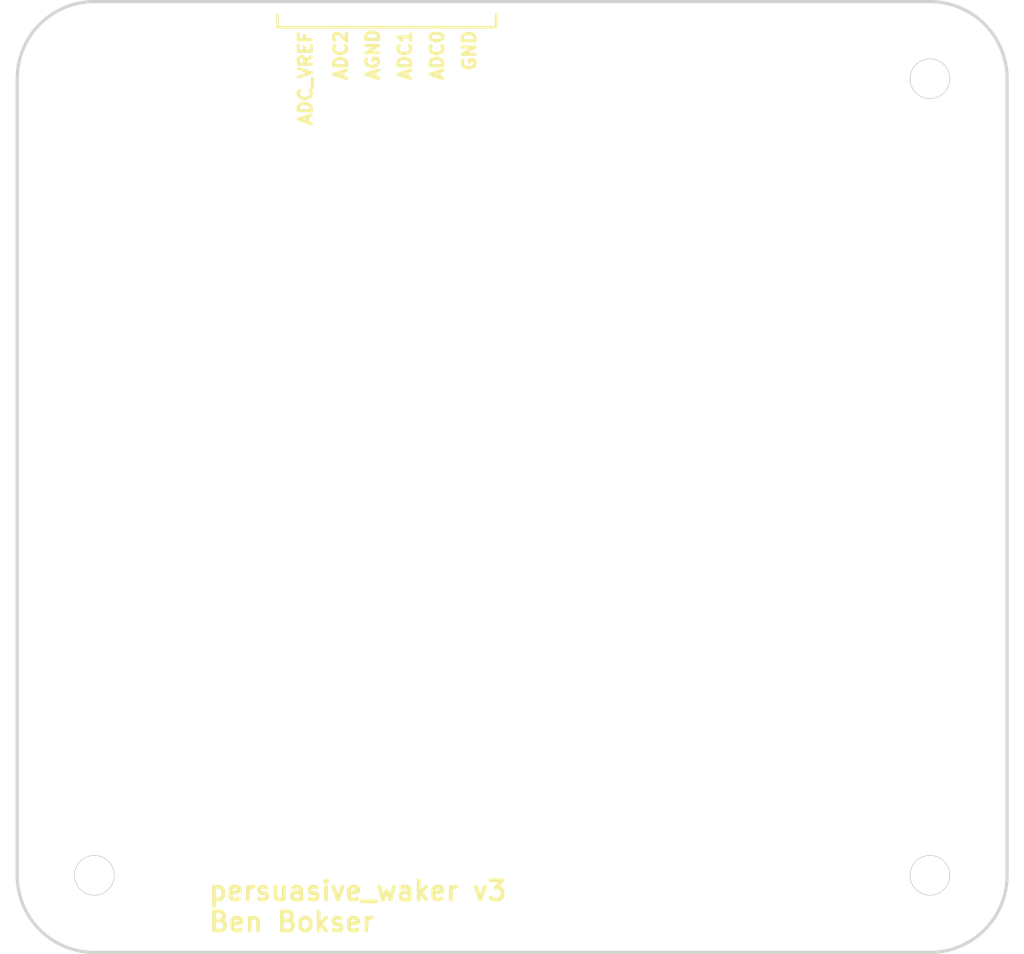
<source format=kicad_pcb>
(kicad_pcb (version 20240108) (generator "pcbnew") (generator_version "8.0")
  (layers (0 "F.Cu" signal) (31 "B.Cu" signal) (34 "B.Paste" user) (35 "F.Paste" user) (36 "B.SilkS" user "B.Silkscreen") (37 "F.SilkS" user "F.Silkscreen") (38 "B.Mask" user) (39 "F.Mask" user) (44 "Edge.Cuts" user))
  (net 0 "")
  (footprint "MountingHole:MountingHole_3mm" (layer "F.Cu") (at 148.25 106.25)
    (property "Reference" "REF**" (hide yes))
    (property "Value" "MountingHole_3mm")
    (pad "" np_thru_hole circle (at 0 0) (size 4.2 4.2) (drill 4.2) (layers "F&B.Cu" "*.Mask"))
  )
  (footprint "MountingHole:MountingHole_3mm" (layer "F.Cu") (at 115.75 120.25)
    (property "Reference" "REF**" (hide yes))
    (property "Value" "MountingHole_3mm")
    (pad "" np_thru_hole circle (at 0 0) (size 3 3) (drill 3) (layers "F&B.Cu" "*.Mask"))
  )
  (footprint "MountingHole:MountingHole_3mm" (layer "F.Cu") (at 180.75 120.25)
    (property "Reference" "REF**" (hide yes))
    (property "Value" "MountingHole_3mm")
    (pad "" np_thru_hole circle (at 0 0) (size 3 3) (drill 3) (layers "F&B.Cu" "*.Mask"))
  )
  (footprint "MountingHole:MountingHole_3mm" (layer "F.Cu") (at 180.75 58.25)
    (property "Reference" "REF**" (hide yes))
    (property "Value" "MountingHole_3mm")
    (pad "" np_thru_hole circle (at 0 0) (size 3 3) (drill 3) (layers "F&B.Cu" "*.Mask"))
  )
  (footprint "MountingHole:MountingHole_3mm" (layer "F.Cu") (at 148.25 91.25)
    (property "Reference" "REF**" (hide yes))
    (property "Value" "MountingHole_3mm")
    (pad "" np_thru_hole circle (at 0 0) (size 4.2 4.2) (drill 4.2) (layers "F&B.Cu" "*.Mask"))
  )
  (footprint "MountingHole:MountingHole_3mm" (layer "F.Cu") (at 115.75 58.25)
    (property "Reference" "REF**" (hide yes))
    (property "Value" "MountingHole_3mm")
    (pad "" np_thru_hole circle (at 0 0) (size 3 3) (drill 3) (layers "*.Cu" "*.Mask"))
  )
  (gr_line (start 130 54.25) (end 130 53.25) (stroke (width 0.2)) (layer "F.SilkS"))
  (gr_line (start 147 54.25) (end 147 53.25) (stroke (width 0.2)) (layer "F.SilkS"))
  (gr_line (start 130 54.25) (end 147 54.25) (stroke (width 0.2)) (layer "F.SilkS"))
  (gr_line (start 180.75 52.250001) (end 115.749999 52.250001) (stroke (width 0.25)) (layer "Edge.Cuts"))
  (gr_arc (start 180.75 52.250001) (mid 184.992641 54.00736) (end 186.75 58.250001) (stroke (width 0.25)) (layer "Edge.Cuts"))
  (gr_arc (start 115.749999 126.250001) (mid 111.507359 124.492642) (end 109.75 120.250002) (stroke (width 0.25)) (layer "Edge.Cuts"))
  (gr_circle (center 115.75 120.250001) (end 117.2 120.250001) (stroke (width 0.25)) (fill none) (layer "Edge.Cuts"))
  (gr_arc (start 109.75 58.25) (mid 111.507359 54.00736) (end 115.749999 52.250001) (stroke (width 0.25)) (layer "Edge.Cuts"))
  (gr_line (start 109.75 58.25) (end 109.75 120.250002) (stroke (width 0.25)) (layer "Edge.Cuts"))
  (gr_line (start 186.75 120.250001) (end 186.75 58.250001) (stroke (width 0.25)) (layer "Edge.Cuts"))
  (gr_line (start 115.749999 126.250001) (end 180.75 126.250001) (stroke (width 0.25)) (layer "Edge.Cuts"))
  (gr_arc (start 186.75 120.250001) (mid 184.992641 124.492642) (end 180.75 126.250001) (stroke (width 0.25)) (layer "Edge.Cuts"))
  (gr_circle (center 180.75 120.250001) (end 182.2 120.250001) (stroke (width 0.25)) (fill none) (layer "Edge.Cuts"))
  (gr_circle (center 180.75 58.250001) (end 182.2 58.250001) (stroke (width 0.25)) (fill none) (layer "Edge.Cuts"))
  (gr_text "persuasive_waker v3\nBen Bokser" (at 124.5 124.75 0) (layer "F.SilkS") (effects (font (size 1.5 1.5) (thickness 0.3) (bold yes)) (justify left bottom)))
  (gr_text "ADC2" (at 135.5 58.5 90) (layer "F.SilkS") (effects (font (size 1 1) (thickness 0.25) (bold yes)) (justify left bottom)))
  (gr_text "ADC_VREF" (at 132.75 62 90) (layer "F.SilkS") (effects (font (size 1 1) (thickness 0.25) (bold yes)) (justify left bottom)))
  (gr_text "ADC0" (at 143 58.5 90) (layer "F.SilkS") (effects (font (size 1 1) (thickness 0.25) (bold yes)) (justify left bottom)))
  (gr_text "AGND" (at 138 58.5 90) (layer "F.SilkS") (effects (font (size 1 1) (thickness 0.25) (bold yes)) (justify left bottom)))
  (gr_text "ADC1\n" (at 140.5 58.5 90) (layer "F.SilkS") (effects (font (size 1 1) (thickness 0.25) (bold yes)) (justify left bottom)))
  (gr_text "GND" (at 145.5 57.75 90) (layer "F.SilkS") (effects (font (size 1 1) (thickness 0.25) (bold yes)) (justify left bottom)))
)
</source>
